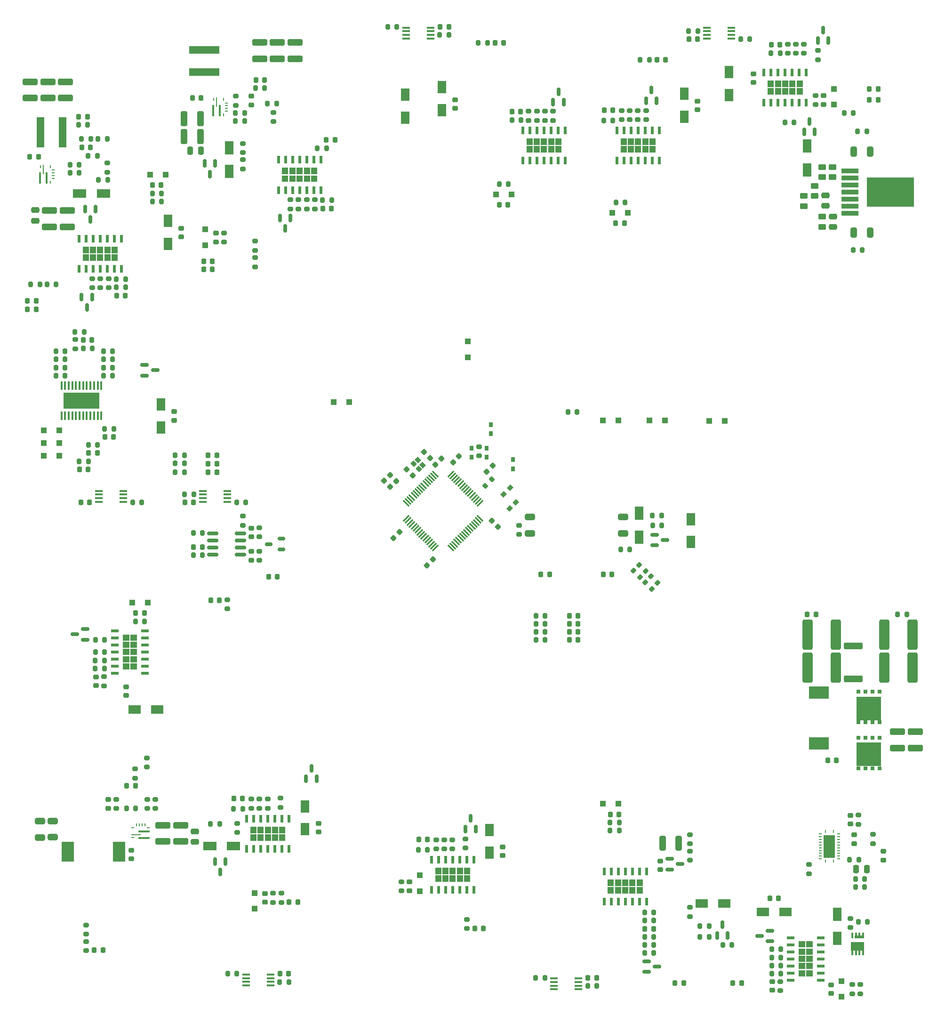
<source format=gbr>
%TF.GenerationSoftware,KiCad,Pcbnew,8.0.5*%
%TF.CreationDate,2025-02-07T16:21:55+01:00*%
%TF.ProjectId,FT25_PDU,46543235-5f50-4445-952e-6b696361645f,V1.2*%
%TF.SameCoordinates,Original*%
%TF.FileFunction,Paste,Top*%
%TF.FilePolarity,Positive*%
%FSLAX46Y46*%
G04 Gerber Fmt 4.6, Leading zero omitted, Abs format (unit mm)*
G04 Created by KiCad (PCBNEW 8.0.5) date 2025-02-07 16:21:55*
%MOMM*%
%LPD*%
G01*
G04 APERTURE LIST*
G04 Aperture macros list*
%AMRoundRect*
0 Rectangle with rounded corners*
0 $1 Rounding radius*
0 $2 $3 $4 $5 $6 $7 $8 $9 X,Y pos of 4 corners*
0 Add a 4 corners polygon primitive as box body*
4,1,4,$2,$3,$4,$5,$6,$7,$8,$9,$2,$3,0*
0 Add four circle primitives for the rounded corners*
1,1,$1+$1,$2,$3*
1,1,$1+$1,$4,$5*
1,1,$1+$1,$6,$7*
1,1,$1+$1,$8,$9*
0 Add four rect primitives between the rounded corners*
20,1,$1+$1,$2,$3,$4,$5,0*
20,1,$1+$1,$4,$5,$6,$7,0*
20,1,$1+$1,$6,$7,$8,$9,0*
20,1,$1+$1,$8,$9,$2,$3,0*%
%AMRotRect*
0 Rectangle, with rotation*
0 The origin of the aperture is its center*
0 $1 length*
0 $2 width*
0 $3 Rotation angle, in degrees counterclockwise*
0 Add horizontal line*
21,1,$1,$2,0,0,$3*%
G04 Aperture macros list end*
%ADD10C,0.000000*%
%ADD11RoundRect,0.200000X0.275000X-0.200000X0.275000X0.200000X-0.275000X0.200000X-0.275000X-0.200000X0*%
%ADD12RoundRect,0.200000X-0.275000X0.200000X-0.275000X-0.200000X0.275000X-0.200000X0.275000X0.200000X0*%
%ADD13RoundRect,0.250000X1.100000X-0.325000X1.100000X0.325000X-1.100000X0.325000X-1.100000X-0.325000X0*%
%ADD14R,0.507200X1.456100*%
%ADD15R,1.550000X2.200000*%
%ADD16RoundRect,0.200000X-0.200000X-0.275000X0.200000X-0.275000X0.200000X0.275000X-0.200000X0.275000X0*%
%ADD17RoundRect,0.150000X-0.150000X0.587500X-0.150000X-0.587500X0.150000X-0.587500X0.150000X0.587500X0*%
%ADD18RoundRect,0.150000X0.150000X-0.587500X0.150000X0.587500X-0.150000X0.587500X-0.150000X-0.587500X0*%
%ADD19RoundRect,0.250000X0.325000X1.100000X-0.325000X1.100000X-0.325000X-1.100000X0.325000X-1.100000X0*%
%ADD20RoundRect,0.218750X0.218750X0.256250X-0.218750X0.256250X-0.218750X-0.256250X0.218750X-0.256250X0*%
%ADD21R,0.800000X0.860000*%
%ADD22RoundRect,0.250000X0.300000X0.300000X-0.300000X0.300000X-0.300000X-0.300000X0.300000X-0.300000X0*%
%ADD23RoundRect,0.225000X-0.250000X0.225000X-0.250000X-0.225000X0.250000X-0.225000X0.250000X0.225000X0*%
%ADD24RoundRect,0.250000X-0.300000X0.300000X-0.300000X-0.300000X0.300000X-0.300000X0.300000X0.300000X0*%
%ADD25RoundRect,0.225000X0.225000X0.250000X-0.225000X0.250000X-0.225000X-0.250000X0.225000X-0.250000X0*%
%ADD26R,1.550000X2.350000*%
%ADD27RoundRect,0.250000X-0.650000X0.325000X-0.650000X-0.325000X0.650000X-0.325000X0.650000X0.325000X0*%
%ADD28RoundRect,0.225000X0.250000X-0.225000X0.250000X0.225000X-0.250000X0.225000X-0.250000X-0.225000X0*%
%ADD29RoundRect,0.225000X-0.225000X-0.250000X0.225000X-0.250000X0.225000X0.250000X-0.225000X0.250000X0*%
%ADD30RoundRect,0.200000X0.200000X0.275000X-0.200000X0.275000X-0.200000X-0.275000X0.200000X-0.275000X0*%
%ADD31R,2.200000X1.550000*%
%ADD32RoundRect,0.250000X-0.450000X0.262500X-0.450000X-0.262500X0.450000X-0.262500X0.450000X0.262500X0*%
%ADD33RoundRect,0.150000X0.587500X0.150000X-0.587500X0.150000X-0.587500X-0.150000X0.587500X-0.150000X0*%
%ADD34R,2.350000X1.550000*%
%ADD35RoundRect,0.150000X0.512500X0.150000X-0.512500X0.150000X-0.512500X-0.150000X0.512500X-0.150000X0*%
%ADD36RoundRect,0.250000X-0.475000X0.250000X-0.475000X-0.250000X0.475000X-0.250000X0.475000X0.250000X0*%
%ADD37RotRect,0.800000X0.860000X315.000000*%
%ADD38RoundRect,0.225000X0.017678X-0.335876X0.335876X-0.017678X-0.017678X0.335876X-0.335876X0.017678X0*%
%ADD39RoundRect,0.250000X0.450000X-0.262500X0.450000X0.262500X-0.450000X0.262500X-0.450000X-0.262500X0*%
%ADD40RoundRect,0.250000X-0.650000X-2.450000X0.650000X-2.450000X0.650000X2.450000X-0.650000X2.450000X0*%
%ADD41RoundRect,0.250000X0.650000X-0.325000X0.650000X0.325000X-0.650000X0.325000X-0.650000X-0.325000X0*%
%ADD42RoundRect,0.250000X0.300000X-0.300000X0.300000X0.300000X-0.300000X0.300000X-0.300000X-0.300000X0*%
%ADD43RoundRect,0.150000X-0.587500X-0.150000X0.587500X-0.150000X0.587500X0.150000X-0.587500X0.150000X0*%
%ADD44R,1.456100X0.507200*%
%ADD45RoundRect,0.250000X-0.325000X-0.650000X0.325000X-0.650000X0.325000X0.650000X-0.325000X0.650000X0*%
%ADD46R,0.600000X0.250000*%
%ADD47R,0.250000X0.600000*%
%ADD48R,0.250000X1.700000*%
%ADD49R,0.400000X2.100000*%
%ADD50RoundRect,0.200000X0.335876X0.053033X0.053033X0.335876X-0.335876X-0.053033X-0.053033X-0.335876X0*%
%ADD51RoundRect,0.250000X0.250000X0.475000X-0.250000X0.475000X-0.250000X-0.475000X0.250000X-0.475000X0*%
%ADD52R,1.475000X0.450000*%
%ADD53RoundRect,0.218750X-0.218750X-0.256250X0.218750X-0.256250X0.218750X0.256250X-0.218750X0.256250X0*%
%ADD54RoundRect,0.225000X-0.017678X0.335876X-0.335876X0.017678X0.017678X-0.335876X0.335876X-0.017678X0*%
%ADD55RoundRect,0.075000X-0.548008X0.441942X0.441942X-0.548008X0.548008X-0.441942X-0.441942X0.548008X0*%
%ADD56RoundRect,0.075000X-0.548008X-0.441942X-0.441942X-0.548008X0.548008X0.441942X0.441942X0.548008X0*%
%ADD57R,1.450000X5.500000*%
%ADD58R,0.381000X1.016000*%
%ADD59R,2.360000X1.522000*%
%ADD60R,1.701800X0.611400*%
%ADD61RoundRect,0.250000X-1.100000X0.325000X-1.100000X-0.325000X1.100000X-0.325000X1.100000X0.325000X0*%
%ADD62RoundRect,0.225000X-0.335876X-0.017678X-0.017678X-0.335876X0.335876X0.017678X0.017678X0.335876X0*%
%ADD63R,0.675000X0.750000*%
%ADD64R,0.675000X0.655000*%
%ADD65R,0.655000X0.675000*%
%ADD66R,4.510000X4.295000*%
%ADD67RoundRect,0.250000X1.425000X-0.362500X1.425000X0.362500X-1.425000X0.362500X-1.425000X-0.362500X0*%
%ADD68RotRect,0.875000X0.775000X135.000000*%
%ADD69RoundRect,0.250000X0.475000X-0.250000X0.475000X0.250000X-0.475000X0.250000X-0.475000X-0.250000X0*%
%ADD70RoundRect,0.225000X0.335876X0.017678X0.017678X0.335876X-0.335876X-0.017678X-0.017678X-0.335876X0*%
%ADD71R,0.450000X1.525000*%
%ADD72R,6.500000X2.870000*%
%ADD73RoundRect,0.250000X0.312500X1.075000X-0.312500X1.075000X-0.312500X-1.075000X0.312500X-1.075000X0*%
%ADD74R,2.300000X3.600000*%
%ADD75R,3.060000X0.890000*%
%ADD76R,8.540000X5.350000*%
%ADD77R,1.700000X0.250000*%
%ADD78R,2.100000X0.400000*%
%ADD79R,5.500000X1.450000*%
%ADD80R,3.600000X2.300000*%
%ADD81RoundRect,0.250000X-0.250000X-0.475000X0.250000X-0.475000X0.250000X0.475000X-0.250000X0.475000X0*%
%ADD82R,2.100000X4.100000*%
%ADD83RoundRect,0.150000X-0.825000X-0.150000X0.825000X-0.150000X0.825000X0.150000X-0.825000X0.150000X0*%
%ADD84RoundRect,0.250000X-0.300000X-0.300000X0.300000X-0.300000X0.300000X0.300000X-0.300000X0.300000X0*%
%ADD85RoundRect,0.250000X0.650000X2.450000X-0.650000X2.450000X-0.650000X-2.450000X0.650000X-2.450000X0*%
%ADD86RoundRect,0.200000X-0.053033X0.335876X-0.335876X0.053033X0.053033X-0.335876X0.335876X-0.053033X0*%
G04 APERTURE END LIST*
D10*
%TO.C,IC2*%
G36*
X160968280Y-83549799D02*
G01*
X159867800Y-83549799D01*
X159867800Y-82378199D01*
X160968280Y-82378199D01*
X160968280Y-83549799D01*
G37*
G36*
X160968280Y-84921399D02*
G01*
X159867800Y-84921399D01*
X159867800Y-83749799D01*
X160968280Y-83749799D01*
X160968280Y-84921399D01*
G37*
G36*
X162268760Y-83549799D02*
G01*
X161168280Y-83549799D01*
X161168280Y-82378199D01*
X162268760Y-82378199D01*
X162268760Y-83549799D01*
G37*
G36*
X162268760Y-84921399D02*
G01*
X161168280Y-84921399D01*
X161168280Y-83749799D01*
X162268760Y-83749799D01*
X162268760Y-84921399D01*
G37*
G36*
X163569240Y-83549799D02*
G01*
X162468760Y-83549799D01*
X162468760Y-82378199D01*
X163569240Y-82378199D01*
X163569240Y-83549799D01*
G37*
G36*
X163569240Y-84921399D02*
G01*
X162468760Y-84921399D01*
X162468760Y-83749799D01*
X163569240Y-83749799D01*
X163569240Y-84921399D01*
G37*
G36*
X164869720Y-83549799D02*
G01*
X163769240Y-83549799D01*
X163769240Y-82378199D01*
X164869720Y-82378199D01*
X164869720Y-83549799D01*
G37*
G36*
X164869720Y-84921399D02*
G01*
X163769240Y-84921399D01*
X163769240Y-83749799D01*
X164869720Y-83749799D01*
X164869720Y-84921399D01*
G37*
G36*
X166170200Y-83549799D02*
G01*
X165069720Y-83549799D01*
X165069720Y-82378199D01*
X166170200Y-82378199D01*
X166170200Y-83549799D01*
G37*
G36*
X166170200Y-84921399D02*
G01*
X165069720Y-84921399D01*
X165069720Y-83749799D01*
X166170200Y-83749799D01*
X166170200Y-84921399D01*
G37*
%TO.C,IC3*%
G36*
X221850280Y-78260200D02*
G01*
X220749800Y-78260200D01*
X220749800Y-77088600D01*
X221850280Y-77088600D01*
X221850280Y-78260200D01*
G37*
G36*
X221850280Y-79631800D02*
G01*
X220749800Y-79631800D01*
X220749800Y-78460200D01*
X221850280Y-78460200D01*
X221850280Y-79631800D01*
G37*
G36*
X223150760Y-78260200D02*
G01*
X222050280Y-78260200D01*
X222050280Y-77088600D01*
X223150760Y-77088600D01*
X223150760Y-78260200D01*
G37*
G36*
X223150760Y-79631800D02*
G01*
X222050280Y-79631800D01*
X222050280Y-78460200D01*
X223150760Y-78460200D01*
X223150760Y-79631800D01*
G37*
G36*
X224451240Y-78260200D02*
G01*
X223350760Y-78260200D01*
X223350760Y-77088600D01*
X224451240Y-77088600D01*
X224451240Y-78260200D01*
G37*
G36*
X224451240Y-79631800D02*
G01*
X223350760Y-79631800D01*
X223350760Y-78460200D01*
X224451240Y-78460200D01*
X224451240Y-79631800D01*
G37*
G36*
X225751720Y-78260200D02*
G01*
X224651240Y-78260200D01*
X224651240Y-77088600D01*
X225751720Y-77088600D01*
X225751720Y-78260200D01*
G37*
G36*
X225751720Y-79631800D02*
G01*
X224651240Y-79631800D01*
X224651240Y-78460200D01*
X225751720Y-78460200D01*
X225751720Y-79631800D01*
G37*
G36*
X227052200Y-78260200D02*
G01*
X225951720Y-78260200D01*
X225951720Y-77088600D01*
X227052200Y-77088600D01*
X227052200Y-78260200D01*
G37*
G36*
X227052200Y-79631800D02*
G01*
X225951720Y-79631800D01*
X225951720Y-78460200D01*
X227052200Y-78460200D01*
X227052200Y-79631800D01*
G37*
%TO.C,IC6*%
G36*
X155250280Y-202070200D02*
G01*
X154149800Y-202070200D01*
X154149800Y-200898600D01*
X155250280Y-200898600D01*
X155250280Y-202070200D01*
G37*
G36*
X155250280Y-203441800D02*
G01*
X154149800Y-203441800D01*
X154149800Y-202270200D01*
X155250280Y-202270200D01*
X155250280Y-203441800D01*
G37*
G36*
X156550760Y-202070200D02*
G01*
X155450280Y-202070200D01*
X155450280Y-200898600D01*
X156550760Y-200898600D01*
X156550760Y-202070200D01*
G37*
G36*
X156550760Y-203441800D02*
G01*
X155450280Y-203441800D01*
X155450280Y-202270200D01*
X156550760Y-202270200D01*
X156550760Y-203441800D01*
G37*
G36*
X157851240Y-202070200D02*
G01*
X156750760Y-202070200D01*
X156750760Y-200898600D01*
X157851240Y-200898600D01*
X157851240Y-202070200D01*
G37*
G36*
X157851240Y-203441800D02*
G01*
X156750760Y-203441800D01*
X156750760Y-202270200D01*
X157851240Y-202270200D01*
X157851240Y-203441800D01*
G37*
G36*
X159151720Y-202070200D02*
G01*
X158051240Y-202070200D01*
X158051240Y-200898600D01*
X159151720Y-200898600D01*
X159151720Y-202070200D01*
G37*
G36*
X159151720Y-203441800D02*
G01*
X158051240Y-203441800D01*
X158051240Y-202270200D01*
X159151720Y-202270200D01*
X159151720Y-203441800D01*
G37*
G36*
X160452200Y-202070200D02*
G01*
X159351720Y-202070200D01*
X159351720Y-200898600D01*
X160452200Y-200898600D01*
X160452200Y-202070200D01*
G37*
G36*
X160452200Y-203441800D02*
G01*
X159351720Y-203441800D01*
X159351720Y-202270200D01*
X160452200Y-202270200D01*
X160452200Y-203441800D01*
G37*
%TO.C,IC8*%
G36*
X132400201Y-167408280D02*
G01*
X131228601Y-167408280D01*
X131228601Y-166307800D01*
X132400201Y-166307800D01*
X132400201Y-167408280D01*
G37*
G36*
X132400201Y-168708760D02*
G01*
X131228601Y-168708760D01*
X131228601Y-167608280D01*
X132400201Y-167608280D01*
X132400201Y-168708760D01*
G37*
G36*
X132400201Y-170009240D02*
G01*
X131228601Y-170009240D01*
X131228601Y-168908760D01*
X132400201Y-168908760D01*
X132400201Y-170009240D01*
G37*
G36*
X132400201Y-171309720D02*
G01*
X131228601Y-171309720D01*
X131228601Y-170209240D01*
X132400201Y-170209240D01*
X132400201Y-171309720D01*
G37*
G36*
X132400201Y-172610200D02*
G01*
X131228601Y-172610200D01*
X131228601Y-171509720D01*
X132400201Y-171509720D01*
X132400201Y-172610200D01*
G37*
G36*
X133771801Y-167408280D02*
G01*
X132600201Y-167408280D01*
X132600201Y-166307800D01*
X133771801Y-166307800D01*
X133771801Y-167408280D01*
G37*
G36*
X133771801Y-168708760D02*
G01*
X132600201Y-168708760D01*
X132600201Y-167608280D01*
X133771801Y-167608280D01*
X133771801Y-168708760D01*
G37*
G36*
X133771801Y-170009240D02*
G01*
X132600201Y-170009240D01*
X132600201Y-168908760D01*
X133771801Y-168908760D01*
X133771801Y-170009240D01*
G37*
G36*
X133771801Y-171309720D02*
G01*
X132600201Y-171309720D01*
X132600201Y-170209240D01*
X133771801Y-170209240D01*
X133771801Y-171309720D01*
G37*
G36*
X133771801Y-172610200D02*
G01*
X132600201Y-172610200D01*
X132600201Y-171509720D01*
X133771801Y-171509720D01*
X133771801Y-172610200D01*
G37*
%TO.C,IC5*%
G36*
X188490280Y-209410201D02*
G01*
X187389800Y-209410201D01*
X187389800Y-208238601D01*
X188490280Y-208238601D01*
X188490280Y-209410201D01*
G37*
G36*
X188490280Y-210781801D02*
G01*
X187389800Y-210781801D01*
X187389800Y-209610201D01*
X188490280Y-209610201D01*
X188490280Y-210781801D01*
G37*
G36*
X189790760Y-209410201D02*
G01*
X188690280Y-209410201D01*
X188690280Y-208238601D01*
X189790760Y-208238601D01*
X189790760Y-209410201D01*
G37*
G36*
X189790760Y-210781801D02*
G01*
X188690280Y-210781801D01*
X188690280Y-209610201D01*
X189790760Y-209610201D01*
X189790760Y-210781801D01*
G37*
G36*
X191091240Y-209410201D02*
G01*
X189990760Y-209410201D01*
X189990760Y-208238601D01*
X191091240Y-208238601D01*
X191091240Y-209410201D01*
G37*
G36*
X191091240Y-210781801D02*
G01*
X189990760Y-210781801D01*
X189990760Y-209610201D01*
X191091240Y-209610201D01*
X191091240Y-210781801D01*
G37*
G36*
X192391720Y-209410201D02*
G01*
X191291240Y-209410201D01*
X191291240Y-208238601D01*
X192391720Y-208238601D01*
X192391720Y-209410201D01*
G37*
G36*
X192391720Y-210781801D02*
G01*
X191291240Y-210781801D01*
X191291240Y-209610201D01*
X192391720Y-209610201D01*
X192391720Y-210781801D01*
G37*
G36*
X193692200Y-209410201D02*
G01*
X192591720Y-209410201D01*
X192591720Y-208238601D01*
X193692200Y-208238601D01*
X193692200Y-209410201D01*
G37*
G36*
X193692200Y-210781801D02*
G01*
X192591720Y-210781801D01*
X192591720Y-209610201D01*
X193692200Y-209610201D01*
X193692200Y-210781801D01*
G37*
%TO.C,IC10*%
G36*
X219548281Y-211509799D02*
G01*
X218447801Y-211509799D01*
X218447801Y-210338199D01*
X219548281Y-210338199D01*
X219548281Y-211509799D01*
G37*
G36*
X219548281Y-212881399D02*
G01*
X218447801Y-212881399D01*
X218447801Y-211709799D01*
X219548281Y-211709799D01*
X219548281Y-212881399D01*
G37*
G36*
X220848761Y-211509799D02*
G01*
X219748281Y-211509799D01*
X219748281Y-210338199D01*
X220848761Y-210338199D01*
X220848761Y-211509799D01*
G37*
G36*
X220848761Y-212881399D02*
G01*
X219748281Y-212881399D01*
X219748281Y-211709799D01*
X220848761Y-211709799D01*
X220848761Y-212881399D01*
G37*
G36*
X222149241Y-211509799D02*
G01*
X221048761Y-211509799D01*
X221048761Y-210338199D01*
X222149241Y-210338199D01*
X222149241Y-211509799D01*
G37*
G36*
X222149241Y-212881399D02*
G01*
X221048761Y-212881399D01*
X221048761Y-211709799D01*
X222149241Y-211709799D01*
X222149241Y-212881399D01*
G37*
G36*
X223449721Y-211509799D02*
G01*
X222349241Y-211509799D01*
X222349241Y-210338199D01*
X223449721Y-210338199D01*
X223449721Y-211509799D01*
G37*
G36*
X223449721Y-212881399D02*
G01*
X222349241Y-212881399D01*
X222349241Y-211709799D01*
X223449721Y-211709799D01*
X223449721Y-212881399D01*
G37*
G36*
X224750201Y-211509799D02*
G01*
X223649721Y-211509799D01*
X223649721Y-210338199D01*
X224750201Y-210338199D01*
X224750201Y-211509799D01*
G37*
G36*
X224750201Y-212881399D02*
G01*
X223649721Y-212881399D01*
X223649721Y-211709799D01*
X224750201Y-211709799D01*
X224750201Y-212881399D01*
G37*
%TO.C,IC7*%
G36*
X125078280Y-97749799D02*
G01*
X123977800Y-97749799D01*
X123977800Y-96578199D01*
X125078280Y-96578199D01*
X125078280Y-97749799D01*
G37*
G36*
X125078280Y-99121399D02*
G01*
X123977800Y-99121399D01*
X123977800Y-97949799D01*
X125078280Y-97949799D01*
X125078280Y-99121399D01*
G37*
G36*
X126378760Y-97749799D02*
G01*
X125278280Y-97749799D01*
X125278280Y-96578199D01*
X126378760Y-96578199D01*
X126378760Y-97749799D01*
G37*
G36*
X126378760Y-99121399D02*
G01*
X125278280Y-99121399D01*
X125278280Y-97949799D01*
X126378760Y-97949799D01*
X126378760Y-99121399D01*
G37*
G36*
X127679240Y-97749799D02*
G01*
X126578760Y-97749799D01*
X126578760Y-96578199D01*
X127679240Y-96578199D01*
X127679240Y-97749799D01*
G37*
G36*
X127679240Y-99121399D02*
G01*
X126578760Y-99121399D01*
X126578760Y-97949799D01*
X127679240Y-97949799D01*
X127679240Y-99121399D01*
G37*
G36*
X128979720Y-97749799D02*
G01*
X127879240Y-97749799D01*
X127879240Y-96578199D01*
X128979720Y-96578199D01*
X128979720Y-97749799D01*
G37*
G36*
X128979720Y-99121399D02*
G01*
X127879240Y-99121399D01*
X127879240Y-97949799D01*
X128979720Y-97949799D01*
X128979720Y-99121399D01*
G37*
G36*
X130280200Y-97749799D02*
G01*
X129179720Y-97749799D01*
X129179720Y-96578199D01*
X130280200Y-96578199D01*
X130280200Y-97749799D01*
G37*
G36*
X130280200Y-99121399D02*
G01*
X129179720Y-99121399D01*
X129179720Y-97949799D01*
X130280200Y-97949799D01*
X130280200Y-99121399D01*
G37*
%TO.C,IC4*%
G36*
X248320280Y-67840200D02*
G01*
X247219800Y-67840200D01*
X247219800Y-66668600D01*
X248320280Y-66668600D01*
X248320280Y-67840200D01*
G37*
G36*
X248320280Y-69211800D02*
G01*
X247219800Y-69211800D01*
X247219800Y-68040200D01*
X248320280Y-68040200D01*
X248320280Y-69211800D01*
G37*
G36*
X249620760Y-67840200D02*
G01*
X248520280Y-67840200D01*
X248520280Y-66668600D01*
X249620760Y-66668600D01*
X249620760Y-67840200D01*
G37*
G36*
X249620760Y-69211800D02*
G01*
X248520280Y-69211800D01*
X248520280Y-68040200D01*
X249620760Y-68040200D01*
X249620760Y-69211800D01*
G37*
G36*
X250921240Y-67840200D02*
G01*
X249820760Y-67840200D01*
X249820760Y-66668600D01*
X250921240Y-66668600D01*
X250921240Y-67840200D01*
G37*
G36*
X250921240Y-69211800D02*
G01*
X249820760Y-69211800D01*
X249820760Y-68040200D01*
X250921240Y-68040200D01*
X250921240Y-69211800D01*
G37*
G36*
X252221720Y-67840200D02*
G01*
X251121240Y-67840200D01*
X251121240Y-66668600D01*
X252221720Y-66668600D01*
X252221720Y-67840200D01*
G37*
G36*
X252221720Y-69211800D02*
G01*
X251121240Y-69211800D01*
X251121240Y-68040200D01*
X252221720Y-68040200D01*
X252221720Y-69211800D01*
G37*
G36*
X253522200Y-67840200D02*
G01*
X252421720Y-67840200D01*
X252421720Y-66668600D01*
X253522200Y-66668600D01*
X253522200Y-67840200D01*
G37*
G36*
X253522200Y-69211800D02*
G01*
X252421720Y-69211800D01*
X252421720Y-68040200D01*
X253522200Y-68040200D01*
X253522200Y-69211800D01*
G37*
%TO.C,IC11*%
G36*
X204919420Y-78252542D02*
G01*
X203818940Y-78252542D01*
X203818940Y-77080942D01*
X204919420Y-77080942D01*
X204919420Y-78252542D01*
G37*
G36*
X204919420Y-79624142D02*
G01*
X203818940Y-79624142D01*
X203818940Y-78452542D01*
X204919420Y-78452542D01*
X204919420Y-79624142D01*
G37*
G36*
X206219900Y-78252542D02*
G01*
X205119420Y-78252542D01*
X205119420Y-77080942D01*
X206219900Y-77080942D01*
X206219900Y-78252542D01*
G37*
G36*
X206219900Y-79624142D02*
G01*
X205119420Y-79624142D01*
X205119420Y-78452542D01*
X206219900Y-78452542D01*
X206219900Y-79624142D01*
G37*
G36*
X207520380Y-78252542D02*
G01*
X206419900Y-78252542D01*
X206419900Y-77080942D01*
X207520380Y-77080942D01*
X207520380Y-78252542D01*
G37*
G36*
X207520380Y-79624142D02*
G01*
X206419900Y-79624142D01*
X206419900Y-78452542D01*
X207520380Y-78452542D01*
X207520380Y-79624142D01*
G37*
G36*
X208820860Y-78252542D02*
G01*
X207720380Y-78252542D01*
X207720380Y-77080942D01*
X208820860Y-77080942D01*
X208820860Y-78252542D01*
G37*
G36*
X208820860Y-79624142D02*
G01*
X207720380Y-79624142D01*
X207720380Y-78452542D01*
X208820860Y-78452542D01*
X208820860Y-79624142D01*
G37*
G36*
X210121340Y-78252542D02*
G01*
X209020860Y-78252542D01*
X209020860Y-77080942D01*
X210121340Y-77080942D01*
X210121340Y-78252542D01*
G37*
G36*
X210121340Y-79624142D02*
G01*
X209020860Y-79624142D01*
X209020860Y-78452542D01*
X210121340Y-78452542D01*
X210121340Y-79624142D01*
G37*
%TO.C,IC1*%
G36*
X253980201Y-222588280D02*
G01*
X252808601Y-222588280D01*
X252808601Y-221487800D01*
X253980201Y-221487800D01*
X253980201Y-222588280D01*
G37*
G36*
X253980201Y-223888760D02*
G01*
X252808601Y-223888760D01*
X252808601Y-222788280D01*
X253980201Y-222788280D01*
X253980201Y-223888760D01*
G37*
G36*
X253980201Y-225189240D02*
G01*
X252808601Y-225189240D01*
X252808601Y-224088760D01*
X253980201Y-224088760D01*
X253980201Y-225189240D01*
G37*
G36*
X253980201Y-226489720D02*
G01*
X252808601Y-226489720D01*
X252808601Y-225389240D01*
X253980201Y-225389240D01*
X253980201Y-226489720D01*
G37*
G36*
X253980201Y-227790200D02*
G01*
X252808601Y-227790200D01*
X252808601Y-226689720D01*
X253980201Y-226689720D01*
X253980201Y-227790200D01*
G37*
G36*
X255351801Y-222588280D02*
G01*
X254180201Y-222588280D01*
X254180201Y-221487800D01*
X255351801Y-221487800D01*
X255351801Y-222588280D01*
G37*
G36*
X255351801Y-223888760D02*
G01*
X254180201Y-223888760D01*
X254180201Y-222788280D01*
X255351801Y-222788280D01*
X255351801Y-223888760D01*
G37*
G36*
X255351801Y-225189240D02*
G01*
X254180201Y-225189240D01*
X254180201Y-224088760D01*
X255351801Y-224088760D01*
X255351801Y-225189240D01*
G37*
G36*
X255351801Y-226489720D02*
G01*
X254180201Y-226489720D01*
X254180201Y-225389240D01*
X255351801Y-225389240D01*
X255351801Y-226489720D01*
G37*
G36*
X255351801Y-227790200D02*
G01*
X254180201Y-227790200D01*
X254180201Y-226689720D01*
X255351801Y-226689720D01*
X255351801Y-227790200D01*
G37*
%TD*%
D11*
%TO.C,R38*%
X161375000Y-89780000D03*
X161375000Y-88130000D03*
%TD*%
D12*
%TO.C,R75*%
X128645000Y-102310000D03*
X128645000Y-103960000D03*
%TD*%
D13*
%TO.C,C87*%
X162225000Y-62750000D03*
X162225000Y-59800000D03*
%TD*%
D14*
%TO.C,IC2*%
X159209000Y-86371749D03*
X160479000Y-86371749D03*
X161749000Y-86371749D03*
X163019000Y-86371749D03*
X164289000Y-86371749D03*
X165559000Y-86371749D03*
X166829000Y-86371749D03*
X166829000Y-80927849D03*
X165559000Y-80927849D03*
X164289000Y-80927849D03*
X163019000Y-80927849D03*
X161749000Y-80927849D03*
X160479000Y-80927849D03*
X159209000Y-80927849D03*
%TD*%
D15*
%TO.C,D35*%
X139345000Y-91945000D03*
X139345000Y-96045000D03*
%TD*%
D16*
%TO.C,R171*%
X121730000Y-83275000D03*
X123380000Y-83275000D03*
%TD*%
D17*
%TO.C,D36*%
X125700000Y-105597500D03*
X123800000Y-105597500D03*
X124750000Y-107472500D03*
%TD*%
D18*
%TO.C,D32*%
X164190000Y-192252498D03*
X166090000Y-192252498D03*
X165140000Y-190377498D03*
%TD*%
D11*
%TO.C,R132*%
X135615001Y-197600000D03*
X135615001Y-195950000D03*
%TD*%
D16*
%TO.C,R157*%
X155090000Y-68065000D03*
X156740000Y-68065000D03*
%TD*%
D19*
%TO.C,C81*%
X145160000Y-76725000D03*
X142210000Y-76725000D03*
%TD*%
D12*
%TO.C,R128*%
X135545001Y-188490000D03*
X135545001Y-190140000D03*
%TD*%
D20*
%TO.C,D66*%
X267082500Y-70155000D03*
X265507500Y-70155000D03*
%TD*%
D16*
%TO.C,R172*%
X126760000Y-77225000D03*
X128410000Y-77225000D03*
%TD*%
D21*
%TO.C,D2*%
X193990000Y-132805000D03*
X193990000Y-134445000D03*
%TD*%
D22*
%TO.C,D70*%
X220339999Y-127854999D03*
X217540001Y-127854999D03*
%TD*%
D16*
%TO.C,R131*%
X146980000Y-200415000D03*
X148630000Y-200415000D03*
%TD*%
D12*
%TO.C,R92*%
X254645000Y-207690000D03*
X254645000Y-209340000D03*
%TD*%
D16*
%TO.C,R139*%
X263380001Y-75855000D03*
X265030001Y-75855000D03*
%TD*%
D23*
%TO.C,C37*%
X156795000Y-212900001D03*
X156795000Y-214450001D03*
%TD*%
D16*
%TO.C,R20*%
X119180477Y-118297452D03*
X120830477Y-118297452D03*
%TD*%
D13*
%TO.C,C67*%
X138414747Y-203538428D03*
X138414747Y-200588428D03*
%TD*%
D24*
%TO.C,D17*%
X146065000Y-93480000D03*
X146065000Y-96280000D03*
%TD*%
D25*
%TO.C,C35*%
X185980000Y-203145000D03*
X184430000Y-203145000D03*
%TD*%
D16*
%TO.C,R111*%
X225100000Y-220675000D03*
X226750000Y-220675000D03*
%TD*%
D11*
%TO.C,R151*%
X154995000Y-100190000D03*
X154995000Y-98540000D03*
%TD*%
D16*
%TO.C,R31*%
X247950000Y-222935000D03*
X249600000Y-222935000D03*
%TD*%
D20*
%TO.C,D7*%
X213122500Y-167295000D03*
X211547500Y-167295000D03*
%TD*%
D26*
%TO.C,D65*%
X254335000Y-82740000D03*
X254335000Y-78440000D03*
%TD*%
D27*
%TO.C,C60*%
X221205000Y-145200000D03*
X221205000Y-148150000D03*
%TD*%
D11*
%TO.C,R55*%
X250845000Y-61809999D03*
X250845000Y-60159999D03*
%TD*%
D25*
%TO.C,C59*%
X125210000Y-142575000D03*
X123660000Y-142575000D03*
%TD*%
D16*
%TO.C,R28*%
X188233000Y-58485000D03*
X189883000Y-58485000D03*
%TD*%
D28*
%TO.C,C36*%
X166425000Y-201809999D03*
X166425000Y-200259999D03*
%TD*%
D12*
%TO.C,R117*%
X202525000Y-146680000D03*
X202525000Y-148330000D03*
%TD*%
D29*
%TO.C,C40*%
X136560000Y-85505000D03*
X138110000Y-85505000D03*
%TD*%
D30*
%TO.C,R58*%
X249460001Y-61734999D03*
X247810001Y-61734999D03*
%TD*%
D14*
%TO.C,IC3*%
X227711000Y-75638250D03*
X226441000Y-75638250D03*
X225171000Y-75638250D03*
X223901000Y-75638250D03*
X222631000Y-75638250D03*
X221361000Y-75638250D03*
X220091000Y-75638250D03*
X220091000Y-81082150D03*
X221361000Y-81082150D03*
X222631000Y-81082150D03*
X223901000Y-81082150D03*
X225171000Y-81082150D03*
X226441000Y-81082150D03*
X227711000Y-81082150D03*
%TD*%
D15*
%TO.C,D15*%
X182037559Y-69250000D03*
X182037559Y-73350000D03*
%TD*%
D12*
%TO.C,R129*%
X133455000Y-190480000D03*
X133455000Y-192130000D03*
%TD*%
D30*
%TO.C,R34*%
X249600000Y-227315000D03*
X247950000Y-227315000D03*
%TD*%
D16*
%TO.C,R142*%
X123350000Y-135165000D03*
X125000000Y-135165000D03*
%TD*%
%TO.C,R159*%
X151470000Y-72545000D03*
X153120000Y-72545000D03*
%TD*%
D30*
%TO.C,R50*%
X221580000Y-88595000D03*
X219930000Y-88595000D03*
%TD*%
D31*
%TO.C,D11*%
X246345000Y-216165000D03*
X250445000Y-216165000D03*
%TD*%
D32*
%TO.C,R135*%
X258905000Y-82229354D03*
X258905000Y-84054354D03*
%TD*%
D21*
%TO.C,D6*%
X201440000Y-136515000D03*
X201440000Y-134875000D03*
%TD*%
D30*
%TO.C,R94*%
X264690000Y-211725000D03*
X263040000Y-211725000D03*
%TD*%
D16*
%TO.C,R80*%
X126280000Y-167245000D03*
X127930000Y-167245000D03*
%TD*%
%TO.C,R124*%
X195170001Y-59895000D03*
X196820001Y-59895000D03*
%TD*%
D29*
%TO.C,C58*%
X124113529Y-113339864D03*
X125663529Y-113339864D03*
%TD*%
D11*
%TO.C,R3*%
X152815001Y-146670000D03*
X152815001Y-145020000D03*
%TD*%
D30*
%TO.C,R22*%
X143967000Y-141115000D03*
X142317000Y-141115000D03*
%TD*%
%TO.C,R91*%
X264690000Y-210265000D03*
X263040000Y-210265000D03*
%TD*%
D12*
%TO.C,R40*%
X164295000Y-88130000D03*
X164295000Y-89780000D03*
%TD*%
D33*
%TO.C,D12*%
X247652500Y-221450000D03*
X247652500Y-219550000D03*
X245777500Y-220500000D03*
%TD*%
D22*
%TO.C,D77*%
X171929999Y-124525000D03*
X169130001Y-124525000D03*
%TD*%
D34*
%TO.C,D63*%
X146840000Y-204365000D03*
X151140000Y-204365000D03*
%TD*%
D11*
%TO.C,R133*%
X137075000Y-197600000D03*
X137075000Y-195950000D03*
%TD*%
D12*
%TO.C,R120*%
X208614140Y-72222341D03*
X208614140Y-73872341D03*
%TD*%
D11*
%TO.C,R67*%
X157265000Y-197550000D03*
X157265000Y-195900000D03*
%TD*%
D22*
%TO.C,D48*%
X119750000Y-131855000D03*
X116950000Y-131855000D03*
%TD*%
D16*
%TO.C,R16*%
X205530000Y-164375000D03*
X207180000Y-164375000D03*
%TD*%
D12*
%TO.C,R39*%
X162835000Y-88130000D03*
X162835000Y-89780000D03*
%TD*%
D16*
%TO.C,R14*%
X205530000Y-167295000D03*
X207180000Y-167295000D03*
%TD*%
D34*
%TO.C,D72*%
X123429999Y-87035000D03*
X127730001Y-87035000D03*
%TD*%
D29*
%TO.C,C70*%
X131930000Y-193525000D03*
X133480000Y-193525000D03*
%TD*%
D15*
%TO.C,D27*%
X197145000Y-201465001D03*
X197145000Y-205565001D03*
%TD*%
D12*
%TO.C,R35*%
X263865000Y-229250000D03*
X263865000Y-230900000D03*
%TD*%
D25*
%TO.C,C57*%
X226700000Y-219215000D03*
X225150000Y-219215000D03*
%TD*%
%TO.C,C79*%
X145280000Y-69785000D03*
X143730000Y-69785000D03*
%TD*%
D17*
%TO.C,D16*%
X161350000Y-91417499D03*
X159450000Y-91417499D03*
X160400000Y-93292499D03*
%TD*%
D18*
%TO.C,Q4*%
X254745000Y-74062499D03*
X253795000Y-75937500D03*
X255695000Y-75937500D03*
%TD*%
D35*
%TO.C,D1*%
X159722500Y-150999999D03*
X159722500Y-149100001D03*
X157447500Y-150050000D03*
%TD*%
D16*
%TO.C,R49*%
X224280000Y-62985000D03*
X225930000Y-62985000D03*
%TD*%
D29*
%TO.C,C45*%
X258040000Y-188985000D03*
X259590000Y-188985000D03*
%TD*%
D22*
%TO.C,D49*%
X119750000Y-134155000D03*
X116950000Y-134155000D03*
%TD*%
D20*
%TO.C,D54*%
X232142500Y-228995000D03*
X230567500Y-228995000D03*
%TD*%
D23*
%TO.C,C46*%
X262115000Y-198820000D03*
X262115000Y-200370000D03*
%TD*%
D29*
%TO.C,C95*%
X123850000Y-78685000D03*
X125400000Y-78685000D03*
%TD*%
D22*
%TO.C,D47*%
X119750000Y-129555000D03*
X116950000Y-129555000D03*
%TD*%
D30*
%TO.C,R83*%
X127910000Y-172475000D03*
X126260000Y-172475000D03*
%TD*%
D11*
%TO.C,R152*%
X158275000Y-74080000D03*
X158275000Y-72430000D03*
%TD*%
D36*
%TO.C,C94*%
X115465000Y-89995000D03*
X115465000Y-91895000D03*
%TD*%
D30*
%TO.C,R145*%
X129370000Y-118294999D03*
X127720000Y-118294999D03*
%TD*%
D11*
%TO.C,R170*%
X128414999Y-83170000D03*
X128414999Y-81520000D03*
%TD*%
D12*
%TO.C,R41*%
X165755000Y-88130000D03*
X165755000Y-89780000D03*
%TD*%
D37*
%TO.C,D4*%
X201931353Y-142505926D03*
X200771697Y-143665582D03*
%TD*%
D38*
%TO.C,C6*%
X179932703Y-148977800D03*
X181028719Y-147881784D03*
%TD*%
D30*
%TO.C,R116*%
X222430000Y-151015000D03*
X220780000Y-151015000D03*
%TD*%
D14*
%TO.C,IC6*%
X161111000Y-199448250D03*
X159841000Y-199448250D03*
X158571000Y-199448250D03*
X157301000Y-199448250D03*
X156031000Y-199448250D03*
X154761000Y-199448250D03*
X153491000Y-199448250D03*
X153491000Y-204892150D03*
X154761000Y-204892150D03*
X156031000Y-204892150D03*
X157301000Y-204892150D03*
X158571000Y-204892150D03*
X159841000Y-204892150D03*
X161111000Y-204892150D03*
%TD*%
D30*
%TO.C,R72*%
X152790000Y-197664999D03*
X151140000Y-197664999D03*
%TD*%
D23*
%TO.C,C44*%
X126365000Y-173930001D03*
X126365000Y-175480001D03*
%TD*%
D28*
%TO.C,C11*%
X154334999Y-152940001D03*
X154334999Y-151390001D03*
%TD*%
D30*
%TO.C,R113*%
X220520000Y-200105000D03*
X218870000Y-200105000D03*
%TD*%
D33*
%TO.C,D40*%
X124442500Y-167240001D03*
X124442500Y-165340001D03*
X122567499Y-166290001D03*
%TD*%
D16*
%TO.C,R143*%
X125000000Y-132235000D03*
X126650000Y-132235000D03*
%TD*%
%TO.C,R21*%
X151683000Y-142575000D03*
X153333000Y-142575000D03*
%TD*%
D38*
%TO.C,C4*%
X185942530Y-153892947D03*
X187038546Y-152796931D03*
%TD*%
D25*
%TO.C,C64*%
X202789140Y-72297341D03*
X201239140Y-72297341D03*
%TD*%
D30*
%TO.C,R168*%
X116270000Y-103335000D03*
X114620000Y-103335000D03*
%TD*%
D26*
%TO.C,D43*%
X259695000Y-216660000D03*
X259695000Y-220960000D03*
%TD*%
D28*
%TO.C,C39*%
X141745000Y-94790000D03*
X141745000Y-93240000D03*
%TD*%
D39*
%TO.C,R141*%
X253745000Y-89254356D03*
X253745000Y-87429356D03*
%TD*%
D20*
%TO.C,D58*%
X208012500Y-155475000D03*
X206437500Y-155475000D03*
%TD*%
D16*
%TO.C,R173*%
X124073528Y-114829864D03*
X125723528Y-114829864D03*
%TD*%
D40*
%TO.C,C52*%
X268185832Y-172259609D03*
X273285832Y-172259609D03*
%TD*%
D13*
%TO.C,C90*%
X117725000Y-69850000D03*
X117725000Y-66900000D03*
%TD*%
D16*
%TO.C,R97*%
X119180477Y-119757452D03*
X120830477Y-119757452D03*
%TD*%
%TO.C,R79*%
X130040000Y-102415000D03*
X131690000Y-102415000D03*
%TD*%
%TO.C,R112*%
X225100000Y-217755000D03*
X226750000Y-217755000D03*
%TD*%
D28*
%TO.C,C34*%
X182785000Y-212360000D03*
X182785000Y-210810000D03*
%TD*%
D30*
%TO.C,R125*%
X200580001Y-85285000D03*
X198930001Y-85285000D03*
%TD*%
D18*
%TO.C,Q6*%
X238125000Y-220407500D03*
X240025000Y-220407500D03*
X239075000Y-218532500D03*
%TD*%
D13*
%TO.C,C91*%
X120925000Y-69850000D03*
X120925000Y-66900000D03*
%TD*%
D41*
%TO.C,C98*%
X118615000Y-202780001D03*
X118615000Y-199829999D03*
%TD*%
D16*
%TO.C,R108*%
X239160000Y-222125000D03*
X240810000Y-222125000D03*
%TD*%
D42*
%TO.C,D76*%
X193275000Y-116429999D03*
X193275000Y-113630001D03*
%TD*%
D43*
%TO.C,D52*%
X225427500Y-225080000D03*
X225427500Y-226980000D03*
X227302500Y-226030000D03*
%TD*%
D11*
%TO.C,R123*%
X204234140Y-73872341D03*
X204234140Y-72222341D03*
%TD*%
D12*
%TO.C,R156*%
X152795000Y-77990000D03*
X152795000Y-79640000D03*
%TD*%
D22*
%TO.C,D41*%
X135679999Y-160565000D03*
X132880001Y-160565000D03*
%TD*%
D16*
%TO.C,R78*%
X136510000Y-86975000D03*
X138160000Y-86975000D03*
%TD*%
D23*
%TO.C,C53*%
X268075000Y-205300000D03*
X268075000Y-206850000D03*
%TD*%
D25*
%TO.C,C24*%
X169365000Y-77372441D03*
X167815000Y-77372441D03*
%TD*%
D44*
%TO.C,IC8*%
X129778251Y-165649000D03*
X129778251Y-166919000D03*
X129778251Y-168189000D03*
X129778251Y-169459000D03*
X129778251Y-170729000D03*
X129778251Y-171999000D03*
X129778251Y-173269000D03*
X135222151Y-173269000D03*
X135222151Y-171999000D03*
X135222151Y-170729000D03*
X135222151Y-169459000D03*
X135222151Y-168189000D03*
X135222151Y-166919000D03*
X135222151Y-165649000D03*
%TD*%
D11*
%TO.C,R68*%
X155805000Y-197549999D03*
X155805000Y-195899999D03*
%TD*%
D17*
%TO.C,Q2*%
X148743200Y-209025501D03*
X149693200Y-207150500D03*
X147793200Y-207150500D03*
%TD*%
D12*
%TO.C,R5*%
X195325000Y-132530000D03*
X195325000Y-134180000D03*
%TD*%
D16*
%TO.C,R148*%
X140640000Y-134065000D03*
X142290000Y-134065000D03*
%TD*%
D11*
%TO.C,R57*%
X255825000Y-71009999D03*
X255825000Y-69359999D03*
%TD*%
D30*
%TO.C,R134*%
X133530000Y-197555000D03*
X131880000Y-197555000D03*
%TD*%
D12*
%TO.C,R2*%
X155795000Y-151340000D03*
X155795000Y-152990000D03*
%TD*%
D45*
%TO.C,C73*%
X262719999Y-79481855D03*
X265669999Y-79481855D03*
%TD*%
D27*
%TO.C,C61*%
X204425000Y-145200000D03*
X204425000Y-148150000D03*
%TD*%
D22*
%TO.C,D71*%
X228739999Y-127855001D03*
X225940001Y-127855001D03*
%TD*%
D30*
%TO.C,R51*%
X219389999Y-73854999D03*
X217739999Y-73854999D03*
%TD*%
%TO.C,R82*%
X127910000Y-170985000D03*
X126260000Y-170985000D03*
%TD*%
D12*
%TO.C,R66*%
X159574999Y-195729999D03*
X159574999Y-197379999D03*
%TD*%
D11*
%TO.C,R130*%
X130035000Y-197610000D03*
X130035000Y-195960000D03*
%TD*%
D28*
%TO.C,C33*%
X199555000Y-206030000D03*
X199555000Y-204480000D03*
%TD*%
D46*
%TO.C,IC17*%
X149810000Y-72209999D03*
X149810000Y-71709999D03*
X149810000Y-71209999D03*
X149810000Y-70709999D03*
D47*
X149340000Y-70059999D03*
D48*
X148040000Y-70609999D03*
D47*
X147540000Y-70059999D03*
D49*
X147460000Y-72109999D03*
X148620000Y-72109999D03*
D47*
X149340000Y-72859999D03*
%TD*%
D42*
%TO.C,D25*%
X259165000Y-71040000D03*
X259165000Y-68240000D03*
%TD*%
D13*
%TO.C,C68*%
X141614747Y-203538427D03*
X141614747Y-200588427D03*
%TD*%
D50*
%TO.C,R6*%
X224244576Y-155993363D03*
X223077850Y-154826637D03*
%TD*%
D20*
%TO.C,D38*%
X115632500Y-107795000D03*
X114057500Y-107795000D03*
%TD*%
D16*
%TO.C,R101*%
X132989999Y-142575000D03*
X134639999Y-142575000D03*
%TD*%
D20*
%TO.C,D22*%
X228852500Y-62985000D03*
X227277500Y-62985000D03*
%TD*%
D43*
%TO.C,Q3*%
X228751047Y-149335951D03*
X226876046Y-148385951D03*
X226876046Y-150285951D03*
%TD*%
D12*
%TO.C,R52*%
X256244999Y-61299999D03*
X256244999Y-62949999D03*
%TD*%
D30*
%TO.C,R30*%
X234657000Y-57815001D03*
X233007000Y-57815001D03*
%TD*%
D16*
%TO.C,R167*%
X123230000Y-74645000D03*
X124880000Y-74645000D03*
%TD*%
D51*
%TO.C,C83*%
X145245001Y-79315000D03*
X143345001Y-79315000D03*
%TD*%
D11*
%TO.C,R103*%
X233195000Y-206930000D03*
X233195000Y-205280000D03*
%TD*%
D30*
%TO.C,R126*%
X202849141Y-73797341D03*
X201199141Y-73797341D03*
%TD*%
D12*
%TO.C,R71*%
X158255000Y-212850001D03*
X158255000Y-214500001D03*
%TD*%
D52*
%TO.C,U3*%
X131337001Y-142430002D03*
X131337001Y-141780002D03*
X131337001Y-141130002D03*
X131337001Y-140480002D03*
X126913001Y-140480002D03*
X126913001Y-141130002D03*
X126913001Y-141780002D03*
X126913001Y-142430002D03*
%TD*%
D20*
%TO.C,D62*%
X199742501Y-59895000D03*
X198167501Y-59895000D03*
%TD*%
D31*
%TO.C,D51*%
X239445000Y-214674999D03*
X235345000Y-214674999D03*
%TD*%
D12*
%TO.C,R42*%
X149425000Y-94100000D03*
X149425000Y-95750000D03*
%TD*%
D50*
%TO.C,R4*%
X226339429Y-158095789D03*
X225172703Y-156929063D03*
%TD*%
D53*
%TO.C,D14*%
X240937500Y-229025000D03*
X242512500Y-229025000D03*
%TD*%
D54*
%TO.C,C3*%
X188530018Y-134654210D03*
X187434002Y-135750226D03*
%TD*%
D42*
%TO.C,D29*%
X184665000Y-212440001D03*
X184665000Y-209640001D03*
%TD*%
D55*
%TO.C,U2*%
X187473819Y-137425519D03*
X187120266Y-137779072D03*
X186766713Y-138132625D03*
X186413159Y-138486179D03*
X186059606Y-138839732D03*
X185706052Y-139193286D03*
X185352499Y-139546839D03*
X184998946Y-139900392D03*
X184645392Y-140253946D03*
X184291839Y-140607499D03*
X183938286Y-140961052D03*
X183584732Y-141314606D03*
X183231179Y-141668159D03*
X182877625Y-142021713D03*
X182524072Y-142375266D03*
X182170519Y-142728819D03*
D56*
X182170519Y-145451181D03*
X182524072Y-145804734D03*
X182877625Y-146158287D03*
X183231179Y-146511841D03*
X183584732Y-146865394D03*
X183938286Y-147218948D03*
X184291839Y-147572501D03*
X184645392Y-147926054D03*
X184998946Y-148279608D03*
X185352499Y-148633161D03*
X185706052Y-148986714D03*
X186059606Y-149340268D03*
X186413159Y-149693821D03*
X186766713Y-150047375D03*
X187120266Y-150400928D03*
X187473819Y-150754481D03*
D55*
X190196181Y-150754481D03*
X190549734Y-150400928D03*
X190903287Y-150047375D03*
X191256841Y-149693821D03*
X191610394Y-149340268D03*
X191963948Y-148986714D03*
X192317501Y-148633161D03*
X192671054Y-148279608D03*
X193024608Y-147926054D03*
X193378161Y-147572501D03*
X193731714Y-147218948D03*
X194085268Y-146865394D03*
X194438821Y-146511841D03*
X194792375Y-146158287D03*
X195145928Y-145804734D03*
X195499481Y-145451181D03*
D56*
X195499481Y-142728819D03*
X195145928Y-142375266D03*
X194792375Y-142021713D03*
X194438821Y-141668159D03*
X194085268Y-141314606D03*
X193731714Y-140961052D03*
X193378161Y-140607499D03*
X193024608Y-140253946D03*
X192671054Y-139900392D03*
X192317501Y-139546839D03*
X191963948Y-139193286D03*
X191610394Y-138839732D03*
X191256841Y-138486179D03*
X190903287Y-138132625D03*
X190549734Y-137779072D03*
X190196181Y-137425519D03*
%TD*%
D11*
%TO.C,R46*%
X223865000Y-73740000D03*
X223865000Y-72090000D03*
%TD*%
D12*
%TO.C,R160*%
X152795000Y-80950000D03*
X152795000Y-82600000D03*
%TD*%
%TO.C,R74*%
X127185000Y-102310000D03*
X127185000Y-103960000D03*
%TD*%
D41*
%TO.C,C66*%
X116314746Y-202788428D03*
X116314746Y-199838428D03*
%TD*%
D12*
%TO.C,R102*%
X233265000Y-215360000D03*
X233265000Y-217010000D03*
%TD*%
D13*
%TO.C,C97*%
X273785000Y-186720001D03*
X273785000Y-183769999D03*
%TD*%
D57*
%TO.C,L4*%
X116375000Y-76000000D03*
X120375000Y-76000000D03*
%TD*%
D25*
%TO.C,C16*%
X143917000Y-142575000D03*
X142367000Y-142575000D03*
%TD*%
D54*
%TO.C,C7*%
X191705582Y-134284210D03*
X190609566Y-135380226D03*
%TD*%
D16*
%TO.C,R43*%
X166210000Y-78875000D03*
X167860000Y-78875000D03*
%TD*%
D20*
%TO.C,D18*%
X147322500Y-100625000D03*
X145747500Y-100625000D03*
%TD*%
D29*
%TO.C,C96*%
X123280000Y-73185000D03*
X124830000Y-73185000D03*
%TD*%
D50*
%TO.C,R8*%
X227388363Y-157038363D03*
X226221637Y-155871637D03*
%TD*%
D30*
%TO.C,R155*%
X265170000Y-218014999D03*
X263520000Y-218014999D03*
%TD*%
D14*
%TO.C,IC5*%
X194351000Y-206788251D03*
X193081000Y-206788251D03*
X191811000Y-206788251D03*
X190541000Y-206788251D03*
X189271000Y-206788251D03*
X188001000Y-206788251D03*
X186731000Y-206788251D03*
X186731000Y-212232151D03*
X188001000Y-212232151D03*
X189271000Y-212232151D03*
X190541000Y-212232151D03*
X191811000Y-212232151D03*
X193081000Y-212232151D03*
X194351000Y-212232151D03*
%TD*%
D16*
%TO.C,R119*%
X211280000Y-126325000D03*
X212930000Y-126325000D03*
%TD*%
D58*
%TO.C,Q1*%
X264407599Y-220456400D03*
X263747199Y-220456400D03*
X263086799Y-220456400D03*
X262426399Y-220456400D03*
X262426399Y-223453600D03*
X263086799Y-223453600D03*
X263747199Y-223453600D03*
X264407599Y-223453600D03*
D59*
X263416999Y-222354000D03*
D60*
X263747199Y-220658700D03*
%TD*%
D11*
%TO.C,R73*%
X125715000Y-103960000D03*
X125715000Y-102310000D03*
%TD*%
D18*
%TO.C,D28*%
X192840000Y-201262499D03*
X194740000Y-201262499D03*
X193790000Y-199387499D03*
%TD*%
D61*
%TO.C,C93*%
X118045000Y-90070000D03*
X118045000Y-93020000D03*
%TD*%
D32*
%TO.C,R140*%
X255670000Y-85619998D03*
X255670000Y-87444998D03*
%TD*%
D11*
%TO.C,R100*%
X122678529Y-114902072D03*
X122678529Y-113252072D03*
%TD*%
D16*
%TO.C,R76*%
X130040000Y-103885000D03*
X131690000Y-103885000D03*
%TD*%
D62*
%TO.C,C14*%
X185367347Y-133498855D03*
X186463363Y-134594871D03*
%TD*%
D14*
%TO.C,IC10*%
X217789001Y-214331749D03*
X219059001Y-214331749D03*
X220329001Y-214331749D03*
X221599001Y-214331749D03*
X222869001Y-214331749D03*
X224139001Y-214331749D03*
X225409001Y-214331749D03*
X225409001Y-208887849D03*
X224139001Y-208887849D03*
X222869001Y-208887849D03*
X221599001Y-208887849D03*
X220329001Y-208887849D03*
X219059001Y-208887849D03*
X217789001Y-208887849D03*
%TD*%
D20*
%TO.C,D50*%
X148152500Y-137085000D03*
X146577500Y-137085000D03*
%TD*%
D16*
%TO.C,R106*%
X235050000Y-220665000D03*
X236700000Y-220665000D03*
%TD*%
D52*
%TO.C,U4*%
X150034000Y-142430000D03*
X150034000Y-141780000D03*
X150034000Y-141130000D03*
X150034000Y-140480000D03*
X145610000Y-140480000D03*
X145610000Y-141130000D03*
X145610000Y-141780000D03*
X145610000Y-142430000D03*
%TD*%
D12*
%TO.C,R86*%
X127845000Y-173890000D03*
X127845000Y-175540000D03*
%TD*%
D63*
%TO.C,IC16*%
X267338023Y-176607583D03*
X266068023Y-176607583D03*
X264798023Y-176607583D03*
X263528023Y-176607583D03*
D64*
X263517023Y-182117583D03*
D65*
X264798023Y-182117583D03*
X266068023Y-182117583D03*
X267353023Y-182117583D03*
D66*
X265433023Y-179647583D03*
%TD*%
D53*
%TO.C,D57*%
X217637500Y-155475000D03*
X219212500Y-155475000D03*
%TD*%
D67*
%TO.C,R87*%
X262595416Y-174322525D03*
X262595416Y-168397525D03*
%TD*%
D25*
%TO.C,C28*%
X221430000Y-92365000D03*
X219880000Y-92365000D03*
%TD*%
D16*
%TO.C,R77*%
X136510000Y-88435000D03*
X138160000Y-88435000D03*
%TD*%
D25*
%TO.C,C29*%
X219340000Y-71994999D03*
X217790000Y-71994999D03*
%TD*%
D68*
%TO.C,Y1*%
X184470919Y-136516102D03*
X183569358Y-135614541D03*
X184258787Y-134925112D03*
X185160348Y-135826673D03*
%TD*%
D11*
%TO.C,R84*%
X150035000Y-161710000D03*
X150035000Y-160060000D03*
%TD*%
D14*
%TO.C,IC7*%
X123319000Y-100571749D03*
X124589000Y-100571749D03*
X125859000Y-100571749D03*
X127129000Y-100571749D03*
X128399000Y-100571749D03*
X129669000Y-100571749D03*
X130939000Y-100571749D03*
X130939000Y-95127849D03*
X129669000Y-95127849D03*
X128399000Y-95127849D03*
X127129000Y-95127849D03*
X125859000Y-95127849D03*
X124589000Y-95127849D03*
X123319000Y-95127849D03*
%TD*%
D39*
%TO.C,R138*%
X257014999Y-93004357D03*
X257014999Y-91179357D03*
%TD*%
D16*
%TO.C,R166*%
X126845564Y-84568726D03*
X128495564Y-84568726D03*
%TD*%
D30*
%TO.C,R65*%
X186030000Y-205005000D03*
X184380000Y-205005000D03*
%TD*%
D29*
%TO.C,C10*%
X157430000Y-155915000D03*
X158980000Y-155915000D03*
%TD*%
D11*
%TO.C,R62*%
X187585000Y-204890000D03*
X187585000Y-203240000D03*
%TD*%
D26*
%TO.C,D56*%
X224100000Y-148785001D03*
X224100000Y-144484999D03*
%TD*%
D11*
%TO.C,R47*%
X222405000Y-73739999D03*
X222405000Y-72089999D03*
%TD*%
D40*
%TO.C,C51*%
X268185832Y-166359609D03*
X273285832Y-166359609D03*
%TD*%
D30*
%TO.C,R81*%
X127920000Y-169445000D03*
X126270000Y-169445000D03*
%TD*%
%TO.C,R85*%
X135110000Y-163955000D03*
X133460000Y-163955000D03*
%TD*%
D69*
%TO.C,C72*%
X258945001Y-93031855D03*
X258945001Y-91131855D03*
%TD*%
D12*
%TO.C,R1*%
X155774999Y-147110000D03*
X155774999Y-148760000D03*
%TD*%
D16*
%TO.C,R104*%
X235050000Y-218715000D03*
X236700000Y-218715000D03*
%TD*%
D11*
%TO.C,R149*%
X151825000Y-201920000D03*
X151825000Y-200270000D03*
%TD*%
D21*
%TO.C,D67*%
X196650000Y-132805000D03*
X196650000Y-134445000D03*
%TD*%
D29*
%TO.C,C19*%
X188302999Y-57025000D03*
X189852999Y-57025000D03*
%TD*%
D28*
%TO.C,C31*%
X257285000Y-70959999D03*
X257285000Y-69409999D03*
%TD*%
D18*
%TO.C,D20*%
X225350001Y-70282498D03*
X227250001Y-70282498D03*
X226300001Y-68407498D03*
%TD*%
D30*
%TO.C,R33*%
X249600001Y-225855000D03*
X247950001Y-225855000D03*
%TD*%
D23*
%TO.C,C25*%
X147955000Y-94140000D03*
X147955000Y-95690000D03*
%TD*%
D30*
%TO.C,R11*%
X145529999Y-148075000D03*
X143879999Y-148075000D03*
%TD*%
D20*
%TO.C,D34*%
X162712500Y-214424999D03*
X161137500Y-214424999D03*
%TD*%
%TO.C,D9*%
X213122500Y-164375001D03*
X211547500Y-164375001D03*
%TD*%
D69*
%TO.C,C69*%
X144194747Y-203613427D03*
X144194747Y-201713427D03*
%TD*%
D20*
%TO.C,D69*%
X148152500Y-134105000D03*
X146577500Y-134105000D03*
%TD*%
D30*
%TO.C,R99*%
X124253528Y-111867071D03*
X122603528Y-111867071D03*
%TD*%
D28*
%TO.C,C55*%
X227895000Y-208590000D03*
X227895000Y-207040000D03*
%TD*%
D43*
%TO.C,D46*%
X135147500Y-117830000D03*
X135147500Y-119730000D03*
X137022500Y-118780000D03*
%TD*%
D70*
%TO.C,C5*%
X198657505Y-146979013D03*
X197561489Y-145882997D03*
%TD*%
D15*
%TO.C,D23*%
X240275000Y-65195000D03*
X240275000Y-69295000D03*
%TD*%
D12*
%TO.C,R105*%
X233195000Y-202320000D03*
X233195000Y-203970000D03*
%TD*%
D30*
%TO.C,R13*%
X129370000Y-119755000D03*
X127720000Y-119755000D03*
%TD*%
D12*
%TO.C,R70*%
X159715000Y-212849999D03*
X159715000Y-214499999D03*
%TD*%
D19*
%TO.C,C82*%
X145159999Y-73525000D03*
X142209999Y-73525000D03*
%TD*%
D16*
%TO.C,R56*%
X260970000Y-72555000D03*
X262620000Y-72555000D03*
%TD*%
D11*
%TO.C,R54*%
X252305000Y-61809999D03*
X252305000Y-60159999D03*
%TD*%
D52*
%TO.C,U7*%
X182166001Y-57170000D03*
X182166001Y-57820000D03*
X182166001Y-58470000D03*
X182166001Y-59120000D03*
X186590001Y-59120000D03*
X186590001Y-58470000D03*
X186590001Y-57820000D03*
X186590001Y-57170000D03*
%TD*%
D15*
%TO.C,D59*%
X188607560Y-67900001D03*
X188607560Y-72000001D03*
%TD*%
D63*
%TO.C,IC15*%
X267338023Y-184837585D03*
X266068023Y-184837585D03*
X264798023Y-184837585D03*
X263528023Y-184837585D03*
D64*
X263517023Y-190347585D03*
D65*
X264798023Y-190347585D03*
X266068023Y-190347585D03*
X267353023Y-190347585D03*
D66*
X265433023Y-187877585D03*
%TD*%
D23*
%TO.C,C84*%
X154295000Y-69500000D03*
X154295000Y-71050000D03*
%TD*%
D11*
%TO.C,R122*%
X205694140Y-73872341D03*
X205694140Y-72222341D03*
%TD*%
D23*
%TO.C,C15*%
X140455000Y-126229999D03*
X140455000Y-127779999D03*
%TD*%
D29*
%TO.C,C78*%
X128000000Y-130775000D03*
X129550000Y-130775000D03*
%TD*%
D15*
%TO.C,D45*%
X138075000Y-129055001D03*
X138075000Y-124955001D03*
%TD*%
D28*
%TO.C,C27*%
X234595000Y-71929999D03*
X234595000Y-70379999D03*
%TD*%
D52*
%TO.C,U5*%
X208766000Y-228170000D03*
X208766000Y-228820000D03*
X208766000Y-229470000D03*
X208766000Y-230120000D03*
X213190000Y-230120000D03*
X213190000Y-229470000D03*
X213190000Y-228820000D03*
X213190000Y-228170000D03*
%TD*%
D25*
%TO.C,C41*%
X131640000Y-105345000D03*
X130090000Y-105345000D03*
%TD*%
D30*
%TO.C,R153*%
X158880000Y-70875000D03*
X157230000Y-70875000D03*
%TD*%
D71*
%TO.C,IC14*%
X127335000Y-121508000D03*
X126685000Y-121508000D03*
X126035000Y-121508000D03*
X125385000Y-121508000D03*
X124735000Y-121508000D03*
X124085000Y-121508000D03*
X123435000Y-121508000D03*
X122785000Y-121508000D03*
X122135000Y-121508000D03*
X121485000Y-121508000D03*
X120835000Y-121508000D03*
X120185000Y-121508000D03*
X120185000Y-126932000D03*
X120835000Y-126932000D03*
X121485000Y-126932000D03*
X122135000Y-126932000D03*
X122785000Y-126932000D03*
X123435000Y-126932000D03*
X124085000Y-126932000D03*
X124735000Y-126932000D03*
X125385000Y-126932000D03*
X126035000Y-126932000D03*
X126685000Y-126932000D03*
X127335000Y-126932000D03*
D72*
X123760000Y-124220000D03*
%TD*%
D14*
%TO.C,IC4*%
X254181000Y-65218250D03*
X252911000Y-65218250D03*
X251641000Y-65218250D03*
X250371000Y-65218250D03*
X249101000Y-65218250D03*
X247831000Y-65218250D03*
X246561000Y-65218250D03*
X246561000Y-70662150D03*
X247831000Y-70662150D03*
X249101000Y-70662150D03*
X250371000Y-70662150D03*
X251641000Y-70662150D03*
X252911000Y-70662150D03*
X254181000Y-70662150D03*
%TD*%
D25*
%TO.C,C63*%
X200490000Y-89064999D03*
X198940000Y-89064999D03*
%TD*%
D16*
%TO.C,R15*%
X205530000Y-165835000D03*
X207180000Y-165835000D03*
%TD*%
D29*
%TO.C,C26*%
X167200000Y-89705000D03*
X168750000Y-89705000D03*
%TD*%
D11*
%TO.C,R89*%
X263575000Y-200420002D03*
X263575000Y-198770002D03*
%TD*%
D16*
%TO.C,R161*%
X151470000Y-74005000D03*
X153120000Y-74005000D03*
%TD*%
D31*
%TO.C,D39*%
X133295000Y-179825000D03*
X137395000Y-179825000D03*
%TD*%
D52*
%TO.C,U6*%
X153366001Y-227470000D03*
X153366001Y-228120000D03*
X153366001Y-228770000D03*
X153366001Y-229420000D03*
X157790001Y-229420000D03*
X157790001Y-228770000D03*
X157790001Y-228120000D03*
X157790001Y-227470000D03*
%TD*%
D15*
%TO.C,D31*%
X164015000Y-197245000D03*
X164015000Y-201345000D03*
%TD*%
D30*
%TO.C,R18*%
X129370000Y-116835000D03*
X127720000Y-116835000D03*
%TD*%
D53*
%TO.C,D44*%
X254356789Y-162664290D03*
X255931791Y-162664290D03*
%TD*%
D16*
%TO.C,R44*%
X167140000Y-88205000D03*
X168790000Y-88205000D03*
%TD*%
D53*
%TO.C,D42*%
X147007498Y-160125000D03*
X148582500Y-160125000D03*
%TD*%
D11*
%TO.C,R60*%
X190505000Y-204890001D03*
X190505000Y-203240001D03*
%TD*%
%TO.C,R162*%
X151555000Y-71160000D03*
X151555000Y-69510000D03*
%TD*%
D18*
%TO.C,D24*%
X256270000Y-59492498D03*
X258170000Y-59492498D03*
X257220000Y-57617498D03*
%TD*%
D13*
%TO.C,C89*%
X114515000Y-69850000D03*
X114515000Y-66900000D03*
%TD*%
D26*
%TO.C,D74*%
X150340000Y-78760000D03*
X150340000Y-83060002D03*
%TD*%
D73*
%TO.C,R109*%
X231217500Y-203875000D03*
X228292500Y-203875000D03*
%TD*%
D11*
%TO.C,R61*%
X189045000Y-204890000D03*
X189045000Y-203240000D03*
%TD*%
D30*
%TO.C,R164*%
X126620000Y-80215000D03*
X124970000Y-80215000D03*
%TD*%
%TO.C,R107*%
X226750000Y-223595000D03*
X225100000Y-223595000D03*
%TD*%
D25*
%TO.C,C43*%
X135070000Y-162475000D03*
X133520000Y-162475000D03*
%TD*%
D16*
%TO.C,R110*%
X225100000Y-222135000D03*
X226750000Y-222135000D03*
%TD*%
D12*
%TO.C,R63*%
X193085000Y-217560001D03*
X193085000Y-219210001D03*
%TD*%
D52*
%TO.C,U8*%
X240723999Y-59130000D03*
X240723999Y-58480000D03*
X240723999Y-57830000D03*
X240723999Y-57180000D03*
X236299999Y-57180000D03*
X236299999Y-57830000D03*
X236299999Y-58480000D03*
X236299999Y-59130000D03*
%TD*%
D24*
%TO.C,D13*%
X260515001Y-228620000D03*
X260515001Y-231420000D03*
%TD*%
D30*
%TO.C,R23*%
X207117000Y-228025000D03*
X205467000Y-228025000D03*
%TD*%
D16*
%TO.C,R115*%
X225100000Y-216295000D03*
X226750000Y-216295000D03*
%TD*%
D70*
%TO.C,C13*%
X183363866Y-137685373D03*
X182267850Y-136589357D03*
%TD*%
D28*
%TO.C,C71*%
X128565000Y-197560000D03*
X128565000Y-196010000D03*
%TD*%
D16*
%TO.C,R144*%
X127950000Y-129315000D03*
X129600000Y-129315000D03*
%TD*%
D17*
%TO.C,Q8*%
X125375001Y-91687501D03*
X126325001Y-89812500D03*
X124425001Y-89812500D03*
%TD*%
D12*
%TO.C,R36*%
X262405000Y-229250000D03*
X262405000Y-230900000D03*
%TD*%
D16*
%TO.C,R24*%
X214833000Y-229485000D03*
X216483000Y-229485000D03*
%TD*%
%TO.C,R88*%
X270610000Y-162674999D03*
X272260000Y-162674999D03*
%TD*%
D74*
%TO.C,L3*%
X130538073Y-205333247D03*
X121338073Y-205333247D03*
%TD*%
D32*
%TO.C,R136*%
X257005000Y-82239354D03*
X257005000Y-84064354D03*
%TD*%
D46*
%TO.C,IC18*%
X118670000Y-84300000D03*
X118670000Y-83800000D03*
X118670000Y-83300000D03*
X118670000Y-82800000D03*
D47*
X118200000Y-82150000D03*
D48*
X116900000Y-82700000D03*
D47*
X116400000Y-82150000D03*
D49*
X116320000Y-84200000D03*
X117480000Y-84200000D03*
D47*
X118200000Y-84950000D03*
%TD*%
D13*
%TO.C,C86*%
X159024999Y-62750000D03*
X159024999Y-59800000D03*
%TD*%
D30*
%TO.C,R25*%
X151717000Y-227325001D03*
X150067000Y-227325001D03*
%TD*%
D23*
%TO.C,C42*%
X131785000Y-175730000D03*
X131785000Y-177280000D03*
%TD*%
D11*
%TO.C,R53*%
X253765000Y-61810000D03*
X253765000Y-60160000D03*
%TD*%
D25*
%TO.C,C38*%
X152740000Y-195804999D03*
X151190000Y-195804999D03*
%TD*%
D22*
%TO.C,D53*%
X220380000Y-196765000D03*
X217580000Y-196765000D03*
%TD*%
D23*
%TO.C,C22*%
X258615000Y-229300000D03*
X258615000Y-230850000D03*
%TD*%
D12*
%TO.C,R95*%
X266181213Y-202243408D03*
X266181213Y-203893408D03*
%TD*%
D13*
%TO.C,C47*%
X270579975Y-186720417D03*
X270579975Y-183770417D03*
%TD*%
D30*
%TO.C,R32*%
X249600000Y-224395000D03*
X247950000Y-224395000D03*
%TD*%
%TO.C,R98*%
X129370000Y-115375000D03*
X127720000Y-115375000D03*
%TD*%
D20*
%TO.C,D8*%
X213122500Y-165835000D03*
X211547500Y-165835000D03*
%TD*%
D75*
%TO.C,IC13*%
X262025000Y-82966854D03*
X262025000Y-84236854D03*
X262025000Y-85506854D03*
X262025000Y-86776854D03*
X262025000Y-88046854D03*
X262025000Y-89316854D03*
X262025000Y-90586854D03*
D76*
X269330000Y-86776854D03*
%TD*%
D17*
%TO.C,Q7*%
X146895000Y-83497501D03*
X147845000Y-81622500D03*
X145945000Y-81622500D03*
%TD*%
D11*
%TO.C,R121*%
X207154140Y-73872341D03*
X207154140Y-72222341D03*
%TD*%
D16*
%TO.C,R118*%
X226520000Y-146734999D03*
X228170000Y-146734999D03*
%TD*%
D18*
%TO.C,D60*%
X208639140Y-70584842D03*
X210539140Y-70584842D03*
X209589140Y-68709842D03*
%TD*%
D20*
%TO.C,D64*%
X127642500Y-223095000D03*
X126067500Y-223095000D03*
%TD*%
%TO.C,D75*%
X115632499Y-106335000D03*
X114057499Y-106335000D03*
%TD*%
D16*
%TO.C,R137*%
X262610000Y-97135000D03*
X264260000Y-97135000D03*
%TD*%
D23*
%TO.C,C23*%
X248025000Y-228750000D03*
X248025000Y-230300000D03*
%TD*%
D29*
%TO.C,C88*%
X114470000Y-80375000D03*
X116020000Y-80375000D03*
%TD*%
D11*
%TO.C,R69*%
X154345000Y-197549999D03*
X154345000Y-195899999D03*
%TD*%
D24*
%TO.C,D33*%
X154915000Y-212820000D03*
X154915000Y-215620000D03*
%TD*%
D47*
%TO.C,IC12*%
X135150252Y-200541572D03*
X134650252Y-200541572D03*
X134150252Y-200541572D03*
X133650252Y-200541572D03*
D46*
X133000252Y-201011572D03*
D77*
X133550252Y-202311572D03*
D46*
X133000252Y-202811572D03*
D78*
X135050252Y-202891572D03*
X135050252Y-201731572D03*
D46*
X135800252Y-201011572D03*
%TD*%
D79*
%TO.C,L2*%
X145900000Y-65195001D03*
X145900000Y-61194999D03*
%TD*%
D61*
%TO.C,C92*%
X121245000Y-90070000D03*
X121245000Y-93020000D03*
%TD*%
D14*
%TO.C,IC11*%
X210780140Y-75630592D03*
X209510140Y-75630592D03*
X208240140Y-75630592D03*
X206970140Y-75630592D03*
X205700140Y-75630592D03*
X204430140Y-75630592D03*
X203160140Y-75630592D03*
X203160140Y-81074492D03*
X204430140Y-81074492D03*
X205700140Y-81074492D03*
X206970140Y-81074492D03*
X208240140Y-81074492D03*
X209510140Y-81074492D03*
X210780140Y-81074492D03*
%TD*%
D80*
%TO.C,L1*%
X256443916Y-185911526D03*
X256443916Y-176711526D03*
%TD*%
D81*
%TO.C,C54*%
X263135000Y-208535000D03*
X265035000Y-208535000D03*
%TD*%
D25*
%TO.C,C1*%
X145480000Y-150555000D03*
X143930000Y-150555000D03*
%TD*%
D37*
%TO.C,D3*%
X200853364Y-139925215D03*
X199693708Y-141084871D03*
%TD*%
D25*
%TO.C,C32*%
X249410000Y-60274999D03*
X247860000Y-60274999D03*
%TD*%
D20*
%TO.C,D68*%
X148152501Y-135595000D03*
X146577501Y-135595000D03*
%TD*%
D12*
%TO.C,R127*%
X124635000Y-218550000D03*
X124635000Y-220200000D03*
%TD*%
D20*
%TO.C,D10*%
X213122500Y-162915000D03*
X211547500Y-162915000D03*
%TD*%
D69*
%TO.C,C75*%
X257630000Y-89230000D03*
X257630000Y-87330000D03*
%TD*%
D16*
%TO.C,R9*%
X143879999Y-152015000D03*
X145529999Y-152015000D03*
%TD*%
%TO.C,R146*%
X140640000Y-137145000D03*
X142290000Y-137145000D03*
%TD*%
D30*
%TO.C,R163*%
X119230000Y-103335000D03*
X117580000Y-103335000D03*
%TD*%
D28*
%TO.C,C30*%
X244685000Y-67059999D03*
X244685000Y-65509999D03*
%TD*%
%TO.C,C62*%
X190997559Y-71715001D03*
X190997559Y-70165001D03*
%TD*%
D21*
%TO.C,D5*%
X197435000Y-128560000D03*
X197435000Y-130200000D03*
%TD*%
D13*
%TO.C,C80*%
X155825000Y-62750000D03*
X155825000Y-59800000D03*
%TD*%
D22*
%TO.C,D61*%
X201150000Y-87174998D03*
X198350000Y-87174998D03*
%TD*%
D38*
%TO.C,C12*%
X196658266Y-137008632D03*
X197754282Y-135912616D03*
%TD*%
D47*
%TO.C,IC9*%
X259090000Y-207060000D03*
D46*
X259990000Y-206660000D03*
X259990000Y-206160000D03*
X259990000Y-205660000D03*
X259990000Y-205160000D03*
X259990000Y-204660000D03*
X259990000Y-204160000D03*
X259990000Y-203660000D03*
X259990000Y-203160000D03*
X259990000Y-202660000D03*
X259990000Y-202160000D03*
D47*
X259090000Y-201760000D03*
X257590000Y-201760000D03*
D46*
X256690000Y-202160000D03*
X256690000Y-202660000D03*
X256690000Y-203160000D03*
X256690000Y-203660000D03*
X256690000Y-204160000D03*
X256690000Y-204660000D03*
X256690000Y-205160000D03*
X256690000Y-205660000D03*
X256690000Y-206160000D03*
X256690000Y-206660000D03*
D47*
X257590000Y-207060000D03*
D82*
X258340000Y-204410000D03*
%TD*%
D11*
%TO.C,R48*%
X220945000Y-73739999D03*
X220945000Y-72089999D03*
%TD*%
D16*
%TO.C,R26*%
X159433000Y-228785000D03*
X161083000Y-228785000D03*
%TD*%
D12*
%TO.C,R45*%
X225324999Y-72089999D03*
X225324999Y-73739999D03*
%TD*%
D29*
%TO.C,C85*%
X155140000Y-66595000D03*
X156690000Y-66595000D03*
%TD*%
D11*
%TO.C,R90*%
X262135000Y-219030000D03*
X262135000Y-217380000D03*
%TD*%
D83*
%TO.C,U1*%
X147410000Y-148140000D03*
X147410000Y-149410000D03*
X147410000Y-150680000D03*
X147410000Y-151950000D03*
X152360000Y-151950000D03*
X152360000Y-150680000D03*
X152360000Y-149410000D03*
X152360000Y-148140000D03*
%TD*%
D29*
%TO.C,C76*%
X123400000Y-136625000D03*
X124950000Y-136625000D03*
%TD*%
D45*
%TO.C,C74*%
X262719999Y-94031855D03*
X265669999Y-94031855D03*
%TD*%
D44*
%TO.C,IC1*%
X251358251Y-220829000D03*
X251358251Y-222099000D03*
X251358251Y-223369000D03*
X251358251Y-224639000D03*
X251358251Y-225909000D03*
X251358251Y-227179000D03*
X251358251Y-228449000D03*
X256802151Y-228449000D03*
X256802151Y-227179000D03*
X256802151Y-225909000D03*
X256802151Y-224639000D03*
X256802151Y-223369000D03*
X256802151Y-222099000D03*
X256802151Y-220829000D03*
%TD*%
D12*
%TO.C,R59*%
X192814999Y-203070000D03*
X192814999Y-204720000D03*
%TD*%
D29*
%TO.C,C18*%
X159483000Y-227325000D03*
X161033000Y-227325000D03*
%TD*%
D11*
%TO.C,R64*%
X181325000Y-212410000D03*
X181325000Y-210760000D03*
%TD*%
D25*
%TO.C,C20*%
X234607000Y-59275001D03*
X233057000Y-59275001D03*
%TD*%
D16*
%TO.C,R96*%
X119180000Y-115365000D03*
X120830000Y-115365000D03*
%TD*%
D30*
%TO.C,R27*%
X180516999Y-57024999D03*
X178866999Y-57024999D03*
%TD*%
D62*
%TO.C,C9*%
X179282200Y-137631992D03*
X180378216Y-138728008D03*
%TD*%
D11*
%TO.C,R158*%
X154995000Y-97230000D03*
X154995000Y-95580000D03*
%TD*%
D12*
%TO.C,R12*%
X124635000Y-221510000D03*
X124635000Y-223160000D03*
%TD*%
D16*
%TO.C,R19*%
X119180000Y-116835000D03*
X120830000Y-116835000D03*
%TD*%
D30*
%TO.C,R114*%
X220520000Y-201564999D03*
X218870000Y-201564999D03*
%TD*%
D50*
%TO.C,R10*%
X225292652Y-154942150D03*
X224125926Y-153775424D03*
%TD*%
D84*
%TO.C,D37*%
X136160000Y-83615000D03*
X138960000Y-83615000D03*
%TD*%
D85*
%TO.C,C49*%
X259485000Y-172249610D03*
X254385000Y-172249610D03*
%TD*%
D16*
%TO.C,R154*%
X226490000Y-144955000D03*
X228140000Y-144955000D03*
%TD*%
D15*
%TO.C,D19*%
X232205000Y-69085000D03*
X232205000Y-73185000D03*
%TD*%
D86*
%TO.C,R7*%
X197574368Y-138392703D03*
X196407642Y-139559429D03*
%TD*%
D16*
%TO.C,R93*%
X261980000Y-206825000D03*
X263630000Y-206825000D03*
%TD*%
D15*
%TO.C,D55*%
X233405000Y-145580000D03*
X233405000Y-149680000D03*
%TD*%
D29*
%TO.C,C77*%
X125050000Y-133695000D03*
X126600000Y-133695000D03*
%TD*%
D25*
%TO.C,C56*%
X220470000Y-198645000D03*
X218920000Y-198645000D03*
%TD*%
D12*
%TO.C,R37*%
X249525000Y-228700000D03*
X249525000Y-230350000D03*
%TD*%
D16*
%TO.C,R147*%
X140640000Y-135555000D03*
X142290000Y-135555000D03*
%TD*%
%TO.C,R169*%
X121730000Y-81805000D03*
X123380000Y-81805000D03*
%TD*%
D29*
%TO.C,C17*%
X214883000Y-228025000D03*
X216433000Y-228025000D03*
%TD*%
D20*
%TO.C,D30*%
X196082500Y-219135000D03*
X194507500Y-219135000D03*
%TD*%
D43*
%TO.C,Q5*%
X231482501Y-207595001D03*
X229607500Y-206645001D03*
X229607500Y-208545001D03*
%TD*%
D16*
%TO.C,R29*%
X242373000Y-59275000D03*
X244023000Y-59275000D03*
%TD*%
%TO.C,R165*%
X123790000Y-77225000D03*
X125440000Y-77225000D03*
%TD*%
%TO.C,R17*%
X205530000Y-162915000D03*
X207180000Y-162915000D03*
%TD*%
D22*
%TO.C,D78*%
X239529999Y-127875000D03*
X236730001Y-127875000D03*
%TD*%
D23*
%TO.C,C65*%
X132705253Y-205091572D03*
X132705253Y-206641572D03*
%TD*%
D22*
%TO.C,D21*%
X222059999Y-90485000D03*
X219259999Y-90485000D03*
%TD*%
D85*
%TO.C,C50*%
X259485000Y-166349610D03*
X254385000Y-166349610D03*
%TD*%
D23*
%TO.C,C48*%
X262821213Y-202343408D03*
X262821213Y-203893408D03*
%TD*%
D62*
%TO.C,C8*%
X178241281Y-138675632D03*
X179337297Y-139771648D03*
%TD*%
D20*
%TO.C,D73*%
X147322500Y-99165000D03*
X145747500Y-99165000D03*
%TD*%
%TO.C,D26*%
X267092500Y-68194999D03*
X265517500Y-68194999D03*
%TD*%
D25*
%TO.C,C21*%
X249150000Y-213785000D03*
X247600000Y-213785000D03*
%TD*%
D30*
%TO.C,R150*%
X251960000Y-74195001D03*
X250310000Y-74195001D03*
%TD*%
D28*
%TO.C,C2*%
X154314999Y-148710000D03*
X154314999Y-147160000D03*
%TD*%
M02*

</source>
